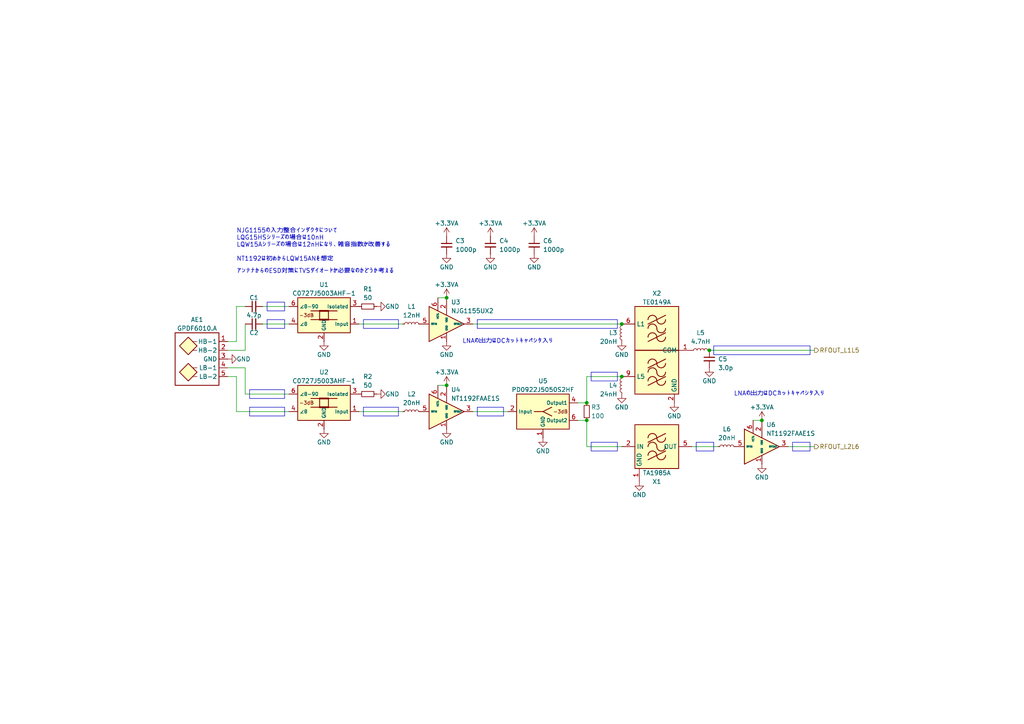
<source format=kicad_sch>
(kicad_sch (version 20231120) (generator "eeschema") (generator_version "8.0")
  (paper "A4")
  (lib_symbols
    (symbol "Device:C_Small" (pin_numbers hide) (pin_names (offset 0.254) hide)
      (property "Reference" "C" (at 0.254 1.778 0))
      (property "Value" "C_Small" (at 0.254 -2.032 0))
      (symbol "C_Small_0_1"
        (polyline (pts (xy -1.524 -0.508) (xy 1.524 -0.508)) (stroke (width 0.3302)))
        (polyline (pts (xy -1.524 0.508) (xy 1.524 0.508)) (stroke (width 0.3048)))
      )
      (symbol "C_Small_1_1"
        (pin passive line (at 0 2.54 270) (length 2.032) (name "~") (number "1"))
        (pin passive line (at 0 -2.54 90) (length 2.032) (name "~") (number "2"))
      )
    )
    (symbol "Device:L_Small" (pin_numbers hide) (pin_names (offset 0.254) hide)
      (property "Reference" "L" (at 0.762 1.016 0))
      (property "Value" "L_Small" (at 0.762 -1.016 0))
      (symbol "L_Small_0_1"
        (arc (start 0 -2.032) (mid 0.5058 -1.524) (end 0 -1.016))
        (arc (start 0 -1.016) (mid 0.5058 -0.508) (end 0 0))
        (arc (start 0 0) (mid 0.5058 0.508) (end 0 1.016))
        (arc (start 0 1.016) (mid 0.5058 1.524) (end 0 2.032))
      )
      (symbol "L_Small_1_1"
        (pin passive line (at 0 2.54 270) (length 0.508) (name "~") (number "1"))
        (pin passive line (at 0 -2.54 90) (length 0.508) (name "~") (number "2"))
      )
    )
    (symbol "Device:R_Small" (pin_numbers hide) (pin_names (offset 0.254) hide)
      (property "Reference" "R" (at 0.762 0.508 0))
      (property "Value" "R_Small" (at 0.762 -1.016 0))
      (symbol "R_Small_0_1"
        (rectangle (start -0.762 1.778) (end 0.762 -1.778) (stroke (width 0.2032)))
      )
      (symbol "R_Small_1_1"
        (pin passive line (at 0 2.54 270) (length 0.762) (name "~") (number "1"))
        (pin passive line (at 0 -2.54 90) (length 0.762) (name "~") (number "2"))
      )
    )
    (symbol "Filter_extlib:TA1985A"
      (property "Reference" "X" (at -5.08 10.16 0))
      (property "Value" "TA1985A" (at -1.27 7.62 0))
      (symbol "TA1985A_1_1"
        (rectangle (start -6.35 6.35) (end 6.35 -6.35) (stroke (width 0.254)) (fill (type background)))
        (arc (start 0 -2.54) (mid -1.27 -1.2755) (end -2.54 -2.54) (stroke (width 0.254)))
        (arc (start 0 -2.54) (mid 1.27 -3.8045) (end 2.54 -2.54) (stroke (width 0.254)))
        (arc (start 0 0) (mid -1.27 1.2645) (end -2.54 0) (stroke (width 0.254)))
        (polyline (pts (xy -2.54 -3.81) (xy 2.54 -1.27)) (stroke (width 0.254)))
        (polyline (pts (xy -2.54 1.27) (xy 2.54 3.81)) (stroke (width 0.254)))
        (arc (start 0 0) (mid 1.27 -1.2645) (end 2.54 0) (stroke (width 0.254)))
        (arc (start 0 2.54) (mid -1.27 3.8045) (end -2.54 2.54) (stroke (width 0.254)))
        (arc (start 0 2.54) (mid 1.27 1.2755) (end 2.54 2.54) (stroke (width 0.254)))
        (pin power_in line (at -5.08 -10.16 90) (length 3.81) (name "GND") (number "1"))
        (pin input line (at -10.16 0 0) (length 3.81) (name "IN") (number "2"))
        (pin passive line (at -5.08 -10.16 90) (length 3.81) hide (name "GND") (number "3"))
        (pin passive line (at -5.08 -10.16 90) (length 3.81) hide (name "GND") (number "4"))
        (pin output line (at 10.16 0 180) (length 3.81) (name "OUT") (number "5"))
        (pin passive line (at -5.08 -10.16 90) (length 3.81) hide (name "GND") (number "6"))
      )
    )
    (symbol "Filter_extlib:TE0149A"
      (property "Reference" "X" (at -5.08 16.51 0))
      (property "Value" "TE0149A" (at -1.27 13.97 0))
      (symbol "TE0149A_1_1"
        (rectangle (start -6.35 0) (end 6.35 -12.7) (stroke (width 0.254)) (fill (type background)))
        (rectangle (start -6.35 12.7) (end 6.35 0) (stroke (width 0.254)) (fill (type background)))
        (arc (start 0 -8.89) (mid -1.27 -7.6255) (end -2.54 -8.89) (stroke (width 0.254)))
        (arc (start 0 -8.89) (mid 1.27 -10.1545) (end 2.54 -8.89) (stroke (width 0.254)))
        (arc (start 0 -6.35) (mid -1.27 -5.0855) (end -2.54 -6.35) (stroke (width 0.254)))
        (arc (start 0 -6.35) (mid 1.27 -7.6145) (end 2.54 -6.35) (stroke (width 0.254)))
        (arc (start 0 -3.81) (mid -1.27 -2.5455) (end -2.54 -3.81) (stroke (width 0.254)))
        (arc (start 0 -3.81) (mid 1.27 -5.0745) (end 2.54 -3.81) (stroke (width 0.254)))
        (polyline (pts (xy -2.54 -10.16) (xy 2.54 -7.62)) (stroke (width 0.254)))
        (polyline (pts (xy -2.54 -5.08) (xy 2.54 -2.54)) (stroke (width 0.254)))
        (polyline (pts (xy -2.54 2.54) (xy 2.54 5.08)) (stroke (width 0.254)))
        (polyline (pts (xy -2.54 7.62) (xy 2.54 10.16)) (stroke (width 0.254)))
        (arc (start 0 3.81) (mid -1.27 5.0745) (end -2.54 3.81) (stroke (width 0.254)))
        (arc (start 0 3.81) (mid 1.27 2.5455) (end 2.54 3.81) (stroke (width 0.254)))
        (arc (start 0 6.35) (mid -1.27 7.6145) (end -2.54 6.35) (stroke (width 0.254)))
        (arc (start 0 6.35) (mid 1.27 5.0855) (end 2.54 6.35) (stroke (width 0.254)))
        (arc (start 0 8.89) (mid -1.27 10.1545) (end -2.54 8.89) (stroke (width 0.254)))
        (arc (start 0 8.89) (mid 1.27 7.6255) (end 2.54 8.89) (stroke (width 0.254)))
        (pin bidirectional line (at 10.16 0 180) (length 3.81) (name "COM") (number "1"))
        (pin passive line (at 5.08 -15.24 90) (length 2.54) hide (name "GND") (number "10"))
        (pin power_in line (at 5.08 -15.24 90) (length 2.54) (name "GND") (number "2"))
        (pin passive line (at 5.08 -15.24 90) (length 2.54) hide (name "GND") (number "3"))
        (pin passive line (at 5.08 -15.24 90) (length 2.54) hide (name "GND") (number "4"))
        (pin passive line (at 5.08 -15.24 90) (length 2.54) hide (name "GND") (number "5"))
        (pin bidirectional line (at -10.16 7.62 0) (length 3.81) (name "L1") (number "6"))
        (pin passive line (at 5.08 -15.24 90) (length 2.54) hide (name "GND") (number "7"))
        (pin passive line (at 5.08 -15.24 90) (length 2.54) hide (name "GND") (number "8"))
        (pin bidirectional line (at -10.16 -7.62 0) (length 3.81) (name "L5") (number "9"))
      )
    )
    (symbol "RF_Antenna_extlib:GPDF6010.A"
      (property "Reference" "AE" (at 0 12.7 0))
      (property "Value" "GPDF6010.A" (at 0 10.16 0))
      (symbol "GPDF6010.A_1_1"
        (rectangle (start -5.08 7.62) (end 7.62 -7.62) (stroke (width 0.254)))
        (polyline (pts (xy 2.54 -5.08) (xy 1.27 -5.08)))
        (polyline (pts (xy 2.54 -2.54) (xy 1.27 -2.54)))
        (polyline (pts (xy 2.54 2.54) (xy 1.27 2.54)))
        (polyline (pts (xy 2.54 5.08) (xy 1.27 5.08)))
        (polyline (pts (xy 1.27 -3.81) (xy 3.81 -6.35) (xy 6.35 -3.81) (xy 3.81 -1.27) (xy 1.27 -3.81)) (stroke (width 0.254)) (fill (type background)))
        (polyline (pts (xy 1.27 3.81) (xy 3.81 1.27) (xy 6.35 3.81) (xy 3.81 6.35) (xy 1.27 3.81)) (stroke (width 0.254)) (fill (type background)))
        (pin passive line (at -7.62 5.08 0) (length 2.54) (name "HB-1") (number "1"))
        (pin passive line (at -7.62 2.54 0) (length 2.54) (name "HB-2") (number "2"))
        (pin passive line (at -7.62 0 0) (length 2.54) (name "GND") (number "3"))
        (pin passive line (at -7.62 -2.54 0) (length 2.54) (name "LB-1") (number "4"))
        (pin passive line (at -7.62 -5.08 0) (length 2.54) (name "LB-2") (number "5"))
      )
    )
    (symbol "RF_Converter_extlib:C0727J5003AHF-1"
      (property "Reference" "U" (at -6.35 6.35 0))
      (property "Value" "C0727J5003AHF-1" (at 5.08 6.35 0))
      (symbol "C0727J5003AHF-1_0_1"
        (rectangle (start -7.62 5.08) (end 7.62 -5.08) (stroke (width 0.254)) (fill (type background)))
      )
      (symbol "C0727J5003AHF-1_1_1"
        (polyline (pts (xy -1.27 -1.27) (xy 1.27 -1.27)) (stroke (width 0.508)))
        (polyline (pts (xy -1.27 1.27) (xy 1.27 1.27)) (stroke (width 0.508)))
        (polyline (pts (xy -3.81 -1.27) (xy -1.27 -1.27) (xy -1.27 1.27) (xy -3.81 1.27)) (stroke (width 0.254)))
        (polyline (pts (xy 3.81 1.27) (xy 1.27 1.27) (xy 1.27 -1.27) (xy 3.81 -1.27)) (stroke (width 0.254)))
        (text "-3dB" (at 5.08 0 0) (effects (font (size 1.016 1.016))))
        (pin input line (at -10.16 -2.54 0) (length 2.54) (name "Input") (number "1"))
        (pin power_in line (at 0 -7.62 90) (length 2.54) (name "GND") (number "2"))
        (pin output line (at -10.16 2.54 0) (length 2.54) (name "Isolated") (number "3"))
        (pin output line (at 10.16 -2.54 180) (length 2.54) (name "∠θ") (number "4"))
        (pin passive line (at 0 -7.62 90) (length 2.54) hide (name "GND") (number "5"))
        (pin output line (at 10.16 2.54 180) (length 2.54) (name "∠θ-90") (number "6"))
      )
    )
    (symbol "RF_Converter_extlib:PD0922J5050S2HF"
      (property "Reference" "U" (at -6.35 6.35 0))
      (property "Value" "PD0922J5050S2HF" (at 5.08 6.35 0))
      (symbol "PD0922J5050S2HF_0_1"
        (rectangle (start -7.62 5.08) (end 7.62 -5.08) (stroke (width 0.254)) (fill (type background)))
        (polyline (pts (xy -2.54 0) (xy 0 0)) (stroke (width 0.254)))
        (polyline (pts (xy 0 0) (xy 2.54 -1.27)) (stroke (width 0.254)))
        (polyline (pts (xy 0 0) (xy 2.54 1.27)) (stroke (width 0.254)))
      )
      (symbol "PD0922J5050S2HF_1_1"
        (text "-3dB" (at 5.08 0 0) (effects (font (size 1.016 1.016))))
        (pin power_in line (at 0 -7.62 90) (length 2.54) (name "GND") (number "1"))
        (pin input line (at -10.16 0 0) (length 2.54) (name "Input") (number "2"))
        (pin passive line (at 0 -7.62 90) (length 2.54) hide (name "GND") (number "3"))
        (pin output line (at 10.16 2.54 180) (length 2.54) (name "Output1") (number "4"))
        (pin passive line (at 0 -7.62 90) (length 2.54) hide (name "GND") (number "5"))
        (pin output line (at 10.16 -2.54 180) (length 2.54) (name "Output2") (number "6"))
      )
    )
    (symbol "RF_LNA_extlib:NJG1155UX2"
      (property "Reference" "U" (at 6.35 2.54 0))
      (property "Value" "NJG1155UX2" (at 12.7 -2.54 0))
      (symbol "NJG1155UX2_0_0"
        (pin output line (at 10.16 0 180) (length 2.54) (name "RFOUT") (number "3"))
        (pin input line (at -5.08 0 0) (length 2.54) (name "RFIN") (number "5"))
      )
      (symbol "NJG1155UX2_0_1"
        (polyline (pts (xy -2.54 5.08) (xy -2.54 -2.54) (xy -2.54 -5.08) (xy 7.62 0) (xy -2.54 5.08)) (stroke (width 0.254)) (fill (type background)))
      )
      (symbol "NJG1155UX2_1_0"
        (pin power_in line (at 2.54 -5.08 90) (length 2.54) (name "GND") (number "1"))
        (pin power_in line (at 2.54 7.62 270) (length 5.08) (name "VDD") (number "2"))
        (pin passive line (at 2.54 -5.08 90) (length 2.54) hide (name "GND") (number "4"))
        (pin input line (at 0 7.62 270) (length 3.81) (name "VCTL") (number "6"))
      )
    )
    (symbol "RF_LNA_extlib:NT1192FAAE1S"
      (property "Reference" "U" (at 6.35 2.54 0))
      (property "Value" "NT1192FAAE1S" (at 12.7 -2.54 0))
      (symbol "NT1192FAAE1S_0_0"
        (pin output line (at 10.16 0 180) (length 2.54) (name "RFOUT") (number "3"))
        (pin input line (at -5.08 0 0) (length 2.54) (name "RFIN") (number "5"))
      )
      (symbol "NT1192FAAE1S_0_1"
        (polyline (pts (xy -2.54 5.08) (xy -2.54 -2.54) (xy -2.54 -5.08) (xy 7.62 0) (xy -2.54 5.08)) (stroke (width 0.254)) (fill (type background)))
      )
      (symbol "NT1192FAAE1S_1_0"
        (pin power_in line (at 2.54 -5.08 90) (length 2.54) (name "GND") (number "1"))
        (pin power_in line (at 2.54 7.62 270) (length 5.08) (name "VDD") (number "2"))
        (pin passive line (at 2.54 -5.08 90) (length 2.54) hide (name "GND") (number "4"))
        (pin input line (at 0 7.62 270) (length 3.81) (name "VCTL") (number "6"))
      )
    )
    (symbol "power:+3.3VA" (power) (pin_numbers hide) (pin_names (offset 0) hide)
      (property "Value" "+3.3VA" (at 0 3.556 0))
      (symbol "+3.3VA_0_1"
        (polyline (pts (xy -0.762 1.27) (xy 0 2.54)))
        (polyline (pts (xy 0 0) (xy 0 2.54)))
        (polyline (pts (xy 0 2.54) (xy 0.762 1.27)))
      )
      (symbol "+3.3VA_1_1"
        (pin power_in line (at 0 0 90) (length 0) (name "~") (number "1"))
      )
    )
    (symbol "power:GND" (power) (pin_numbers hide) (pin_names (offset 0) hide)
      (property "Value" "GND" (at 0 -3.81 0))
      (symbol "GND_0_1"
        (polyline (pts (xy 0 0) (xy 0 -1.27) (xy 1.27 -1.27) (xy 0 -2.54) (xy -1.27 -1.27) (xy 0 -1.27)))
      )
      (symbol "GND_1_1"
        (pin power_in line (at 0 0 270) (length 0) (name "~") (number "1"))
      )
    )
  )
  (junction (at 180.34 109.22))
  (junction (at 170.18 116.84))
  (junction (at 180.34 93.98))
  (junction (at 170.18 121.92))
  (junction (at 220.98 121.92))
  (junction (at 205.74 101.6))
  (junction (at 129.54 86.36))
  (junction (at 129.54 111.76))
  (wire (pts (xy 137.16 119.38) (xy 147.32 119.38)))
  (wire (pts (xy 104.14 119.38) (xy 116.84 119.38)))
  (wire (pts (xy 68.58 99.06) (xy 68.58 88.9)))
  (wire (pts (xy 170.18 129.54) (xy 170.18 121.92)))
  (wire (pts (xy 127 86.36) (xy 129.54 86.36)))
  (wire (pts (xy 200.66 129.54) (xy 208.28 129.54)))
  (wire (pts (xy 205.74 101.6) (xy 236.22 101.6)))
  (wire (pts (xy 167.64 121.92) (xy 170.18 121.92)))
  (wire (pts (xy 71.12 114.3) (xy 83.82 114.3)))
  (wire (pts (xy 68.58 119.38) (xy 83.82 119.38)))
  (wire (pts (xy 170.18 116.84) (xy 170.18 109.22)))
  (wire (pts (xy 127 111.76) (xy 129.54 111.76)))
  (wire (pts (xy 76.2 88.9) (xy 83.82 88.9)))
  (wire (pts (xy 66.04 109.22) (xy 68.58 109.22)))
  (wire (pts (xy 104.14 93.98) (xy 116.84 93.98)))
  (wire (pts (xy 68.58 88.9) (xy 71.12 88.9)))
  (wire (pts (xy 76.2 93.98) (xy 83.82 93.98)))
  (wire (pts (xy 66.04 101.6) (xy 71.12 101.6)))
  (wire (pts (xy 71.12 101.6) (xy 71.12 93.98)))
  (wire (pts (xy 170.18 109.22) (xy 180.34 109.22)))
  (wire (pts (xy 218.44 121.92) (xy 220.98 121.92)))
  (wire (pts (xy 137.16 93.98) (xy 180.34 93.98)))
  (wire (pts (xy 167.64 116.84) (xy 170.18 116.84)))
  (wire (pts (xy 228.6 129.54) (xy 236.22 129.54)))
  (wire (pts (xy 68.58 109.22) (xy 68.58 119.38)))
  (wire (pts (xy 66.04 106.68) (xy 71.12 106.68)))
  (wire (pts (xy 66.04 99.06) (xy 68.58 99.06)))
  (wire (pts (xy 180.34 129.54) (xy 170.18 129.54)))
  (wire (pts (xy 71.12 106.68) (xy 71.12 114.3)))
  (rectangle (start 201.93 128.27) (end 207.01 130.81))
  (rectangle (start 138.43 118.11) (end 146.05 120.65))
  (rectangle (start 229.87 128.27) (end 234.95 130.81))
  (rectangle (start 138.43 92.71) (end 179.07 95.25))
  (rectangle (start 105.41 92.71) (end 115.57 95.25))
  (rectangle (start 72.39 113.03) (end 82.55 115.57))
  (rectangle (start 207.01 100.33) (end 234.95 102.87))
  (rectangle (start 72.39 118.11) (end 82.55 120.65))
  (rectangle (start 77.47 92.71) (end 82.55 95.25))
  (rectangle (start 77.47 87.63) (end 82.55 90.17))
  (rectangle (start 171.45 128.27) (end 179.07 130.81))
  (rectangle (start 171.45 107.95) (end 179.07 110.49))
  (rectangle (start 105.41 118.11) (end 115.57 120.65))
  (text "NJG1155の入力整合インダクタについて\nLQG15HSシリーズの場合は10nH\nLQW15Aシリーズの場合は12nHになり、雑音指数が改善する\n\nNT1192は初めからLQW15ANを想定" (at 68.58 71.12 0) (effects (font (size 1.27 1.27)) (justify left)))
  (text "LNAの出力はDCカットキャパシタ入り" (at 226.06 114.3 0) (effects (font (size 1.27 1.27))))
  (text "アンテナからのESD対策にTVSダイオードが必要なのかどうか考える" (at 91.44 78.74 0) (effects (font (size 1.27 1.27))))
  (text "LNAの出力はDCカットキャパシタ入り" (at 147.32 99.06 0) (effects (font (size 1.27 1.27))))
  (hierarchical_label "RFOUT_L1L5" (shape output) (at 236.22 101.6 0))
  (hierarchical_label "RFOUT_L2L6" (shape output) (at 236.22 129.54 0))
  (symbol (lib_id "Device:R_Small") (at 170.18 119.38 0) (unit 1)
    (property "Reference" "R3" (at 171.45 118.11 0) (effects (justify left)))
    (property "Value" "100" (at 171.45 120.65 0) (effects (justify left)))
    (property "Description" "Resistor, small symbol" (effects (hide yes)))
  )
  (symbol (lib_id "Device:L_Small") (at 210.82 129.54 90) (unit 1)
    (property "Reference" "L6" (at 210.82 124.46 90))
    (property "Value" "20nH" (at 210.82 127 90))
    (property "Description" "Inductor, small symbol" (effects (hide yes)))
  )
  (symbol (lib_id "Device:L_Small") (at 119.38 119.38 90) (unit 1)
    (property "Reference" "L2" (at 119.38 114.3 90))
    (property "Value" "20nH" (at 119.38 116.84 90))
    (property "Description" "Inductor, small symbol" (effects (hide yes)))
  )
  (symbol (lib_id "power:GND") (at 185.42 139.7 0) (unit 1)
    (property "Reference" "#PWR015" (effects (hide yes)))
    (property "Value" "GND" (at 185.42 143.51 0))
    (property "Description" "Power symbol creates a global label with name \"GND\" , ground" (effects (hide yes)))
  )
  (symbol (lib_id "power:+3.3VA") (at 154.94 68.58 0) (unit 1)
    (property "Reference" "#PWR022" (effects (hide yes)))
    (property "Value" "+3.3VA" (at 154.94 64.77 0))
    (property "Description" "Power symbol creates a global label with name \"+3.3VA\"" (effects (hide yes)))
  )
  (symbol (lib_id "power:GND") (at 93.98 99.06 0) (unit 1)
    (property "Reference" "#PWR02" (effects (hide yes)))
    (property "Value" "GND" (at 93.98 102.87 0))
    (property "Description" "Power symbol creates a global label with name \"GND\" , ground" (effects (hide yes)))
  )
  (symbol (lib_id "RF_Converter_extlib:PD0922J5050S2HF") (at 157.48 119.38 0) (unit 1)
    (property "Reference" "U5" (at 157.48 110.49 0))
    (property "Value" "PD0922J5050S2HF" (at 157.48 113.03 0))
    (property "Footprint" "RF_Converter_extlib:Xinger_0805_2012Metric-6_Pad0.33x0.41mm" (effects (hide yes)))
    (property "Datasheet" "https://cdn.ttm.com/repository/products/wireless-xinger/power-dividers/PD0922J5050S2HF/PD0922J5050S2HF.pdf" (effects (hide yes)))
    (property "Description" "0.95-2.15GHz Wilkinson Power Divider, Xinger 0805" (effects (hide yes)))
  )
  (symbol (lib_id "power:GND") (at 205.74 106.68 0) (unit 1)
    (property "Reference" "#PWR019" (effects (hide yes)))
    (property "Value" "GND" (at 205.74 110.49 0))
    (property "Description" "Power symbol creates a global label with name \"GND\" , ground" (effects (hide yes)))
  )
  (symbol (lib_id "power:+3.3VA") (at 129.54 68.58 0) (unit 1)
    (property "Reference" "#PWR08" (effects (hide yes)))
    (property "Value" "+3.3VA" (at 129.54 64.77 0))
    (property "Description" "Power symbol creates a global label with name \"+3.3VA\"" (effects (hide yes)))
  )
  (symbol (lib_id "power:GND") (at 142.24 73.66 0) (unit 1)
    (property "Reference" "#PWR011" (effects (hide yes)))
    (property "Value" "GND" (at 142.24 77.47 0))
    (property "Description" "Power symbol creates a global label with name \"GND\" , ground" (effects (hide yes)))
  )
  (symbol (lib_id "Device:C_Small") (at 73.66 93.98 90) (mirror x) (unit 1)
    (property "Reference" "C2" (at 73.66 96.52 90))
    (property "Value" "4.7p" (at 73.66 91.44 90))
    (property "Description" "Unpolarized capacitor, small symbol" (effects (hide yes)))
  )
  (symbol (lib_id "power:GND") (at 66.04 104.14 90) (unit 1)
    (property "Reference" "#PWR01" (effects (hide yes)))
    (property "Value" "GND" (at 68.58 104.14 90) (effects (justify right)))
    (property "Description" "Power symbol creates a global label with name \"GND\" , ground" (effects (hide yes)))
  )
  (symbol (lib_id "Device:L_Small") (at 119.38 93.98 90) (unit 1)
    (property "Reference" "L1" (at 119.38 88.9 90))
    (property "Value" "12nH" (at 119.38 91.44 90))
    (property "Description" "Inductor, small symbol" (effects (hide yes)))
  )
  (symbol (lib_id "Device:L_Small") (at 203.2 101.6 90) (unit 1)
    (property "Reference" "L5" (at 203.2 96.52 90))
    (property "Value" "4.7nH" (at 203.2 99.06 90))
    (property "Description" "Inductor, small symbol" (effects (hide yes)))
  )
  (symbol (lib_id "RF_Antenna_extlib:GPDF6010.A") (at 58.42 104.14 0) (mirror y) (unit 1)
    (property "Reference" "AE1" (at 57.15 92.71 0))
    (property "Value" "GPDF6010.A" (at 57.15 95.25 0))
    (property "Footprint" "RF_Antenna_extlib:Taoglas_GPDF6010.A_GNSS" (effects (hide yes)))
    (property "Datasheet" "https://www.taoglas.com/datasheets/GPDF6010.A.pdf" (effects (hide yes)))
    (property "Description" "Passive All-band High Precision GNSS Stacked Dual Pin Dual Feed Patch Antenna" (effects (hide yes)))
  )
  (symbol (lib_id "Device:C_Small") (at 205.74 104.14 0) (unit 1)
    (property "Reference" "C5" (at 208.28 104.14 0) (effects (justify left)))
    (property "Value" "3.0p" (at 208.28 106.68 0) (effects (justify left)))
    (property "Description" "Unpolarized capacitor, small symbol" (effects (hide yes)))
  )
  (symbol (lib_id "power:GND") (at 129.54 73.66 0) (unit 1)
    (property "Reference" "#PWR09" (effects (hide yes)))
    (property "Value" "GND" (at 129.54 77.47 0))
    (property "Description" "Power symbol creates a global label with name \"GND\" , ground" (effects (hide yes)))
  )
  (symbol (lib_id "power:GND") (at 180.34 99.06 0) (unit 1)
    (property "Reference" "#PWR017" (effects (hide yes)))
    (property "Value" "GND" (at 180.34 102.87 0))
    (property "Description" "Power symbol creates a global label with name \"GND\" , ground" (effects (hide yes)))
  )
  (symbol (lib_id "Device:L_Small") (at 180.34 96.52 0) (mirror y) (unit 1)
    (property "Reference" "L3" (at 179.07 96.52 0) (effects (justify left)))
    (property "Value" "20nH" (at 179.07 99.06 0) (effects (justify left)))
    (property "Description" "Inductor, small symbol" (effects (hide yes)))
  )
  (symbol (lib_id "Device:L_Small") (at 180.34 111.76 0) (mirror y) (unit 1)
    (property "Reference" "L4" (at 179.07 111.76 0) (effects (justify left)))
    (property "Value" "24nH" (at 179.07 114.3 0) (effects (justify left)))
    (property "Description" "Inductor, small symbol" (effects (hide yes)))
  )
  (symbol (lib_id "power:GND") (at 93.98 124.46 0) (unit 1)
    (property "Reference" "#PWR03" (effects (hide yes)))
    (property "Value" "GND" (at 93.98 128.27 0))
    (property "Description" "Power symbol creates a global label with name \"GND\" , ground" (effects (hide yes)))
  )
  (symbol (lib_id "RF_LNA_extlib:NT1192FAAE1S") (at 218.44 129.54 0) (unit 1)
    (property "Reference" "U6" (at 222.25 123.19 0) (effects (justify left)))
    (property "Value" "NT1192FAAE1S" (at 222.25 125.73 0) (effects (justify left)))
    (property "Footprint" "RF_LNA_extlib:Nisshinbo_EPFFP-6-FA" (effects (hide yes)))
    (property "Datasheet" "https://www.nisshinbo-microdevices.co.jp/ja/pdf/datasheet/nt1192faae1s-ja.pdf" (effects (hide yes)))
    (property "Description" "1.2 GHz band GNSS Low Noise Amplifier" (effects (hide yes)))
  )
  (symbol (lib_id "power:GND") (at 129.54 124.46 0) (unit 1)
    (property "Reference" "#PWR013" (effects (hide yes)))
    (property "Value" "GND" (at 129.54 128.27 0))
    (property "Description" "Power symbol creates a global label with name \"GND\" , ground" (effects (hide yes)))
  )
  (symbol (lib_id "power:+3.3VA") (at 129.54 111.76 0) (unit 1)
    (property "Reference" "#PWR012" (effects (hide yes)))
    (property "Value" "+3.3VA" (at 129.54 107.95 0))
    (property "Description" "Power symbol creates a global label with name \"+3.3VA\"" (effects (hide yes)))
  )
  (symbol (lib_id "Device:C_Small") (at 142.24 71.12 0) (unit 1)
    (property "Reference" "C4" (at 144.78 69.85 0) (effects (justify left)))
    (property "Value" "1000p" (at 144.78 72.39 0) (effects (justify left)))
    (property "Description" "Unpolarized capacitor, small symbol" (effects (hide yes)))
  )
  (symbol (lib_id "power:+3.3VA") (at 142.24 68.58 0) (unit 1)
    (property "Reference" "#PWR010" (effects (hide yes)))
    (property "Value" "+3.3VA" (at 142.24 64.77 0))
    (property "Description" "Power symbol creates a global label with name \"+3.3VA\"" (effects (hide yes)))
  )
  (symbol (lib_id "power:GND") (at 154.94 73.66 0) (unit 1)
    (property "Reference" "#PWR023" (effects (hide yes)))
    (property "Value" "GND" (at 154.94 77.47 0))
    (property "Description" "Power symbol creates a global label with name \"GND\" , ground" (effects (hide yes)))
  )
  (symbol (lib_id "power:GND") (at 109.22 88.9 90) (unit 1)
    (property "Reference" "#PWR04" (effects (hide yes)))
    (property "Value" "GND" (at 111.76 88.9 90) (effects (justify right)))
    (property "Description" "Power symbol creates a global label with name \"GND\" , ground" (effects (hide yes)))
  )
  (symbol (lib_id "Filter_extlib:TA1985A") (at 190.5 129.54 0) (unit 1)
    (property "Reference" "X1" (at 190.5 139.7 0))
    (property "Value" "TA1985A" (at 190.5 137.16 0))
    (property "Footprint" "Filter_extlib:Filter_SAW-6_3.0x3.0mm" (effects (hide yes)))
    (property "Datasheet" "https://www.taisaw.com/assets/PDF/TA1985A%20_Rev.1.0_.pdf" (effects (hide yes)))
    (property "Description" "Bandpass Filter, 1260MHz, SAW filter 6-pin" (effects (hide yes)))
  )
  (symbol (lib_id "Device:C_Small") (at 129.54 71.12 0) (unit 1)
    (property "Reference" "C3" (at 132.08 69.85 0) (effects (justify left)))
    (property "Value" "1000p" (at 132.08 72.39 0) (effects (justify left)))
    (property "Description" "Unpolarized capacitor, small symbol" (effects (hide yes)))
  )
  (symbol (lib_id "power:GND") (at 109.22 114.3 90) (unit 1)
    (property "Reference" "#PWR05" (effects (hide yes)))
    (property "Value" "GND" (at 111.76 114.3 90) (effects (justify right)))
    (property "Description" "Power symbol creates a global label with name \"GND\" , ground" (effects (hide yes)))
  )
  (symbol (lib_id "power:+3.3VA") (at 220.98 121.92 0) (unit 1)
    (property "Reference" "#PWR020" (effects (hide yes)))
    (property "Value" "+3.3VA" (at 220.98 118.11 0))
    (property "Description" "Power symbol creates a global label with name \"+3.3VA\"" (effects (hide yes)))
  )
  (symbol (lib_id "RF_Converter_extlib:C0727J5003AHF-1") (at 93.98 91.44 0) (mirror y) (unit 1)
    (property "Reference" "U1" (at 93.98 82.55 0))
    (property "Value" "C0727J5003AHF-1" (at 93.98 85.09 0))
    (property "Footprint" "RF_Converter_extlib:Xinger_0805_2012Metric-6_Pad0.33x0.35mm" (effects (hide yes)))
    (property "Datasheet" "https://cdn.ttm.com/repository/products/wireless-xinger/3db-hybrid-couplers/C0727J5003AHF/C0727J5003AHF.pdf" (effects (hide yes)))
    (property "Description" "0.70-2.70GHz 3dB 90deg Hybrid Coupler, Xinger 0805" (effects (hide yes)))
  )
  (symbol (lib_id "power:GND") (at 195.58 116.84 0) (unit 1)
    (property "Reference" "#PWR016" (effects (hide yes)))
    (property "Value" "GND" (at 195.58 120.65 0))
    (property "Description" "Power symbol creates a global label with name \"GND\" , ground" (effects (hide yes)))
  )
  (symbol (lib_id "RF_LNA_extlib:NT1192FAAE1S") (at 127 119.38 0) (unit 1)
    (property "Reference" "U4" (at 130.81 113.03 0) (effects (justify left)))
    (property "Value" "NT1192FAAE1S" (at 130.81 115.57 0) (effects (justify left)))
    (property "Footprint" "RF_LNA_extlib:Nisshinbo_EPFFP-6-FA" (effects (hide yes)))
    (property "Datasheet" "https://www.nisshinbo-microdevices.co.jp/ja/pdf/datasheet/nt1192faae1s-ja.pdf" (effects (hide yes)))
    (property "Description" "1.2 GHz band GNSS Low Noise Amplifier" (effects (hide yes)))
  )
  (symbol (lib_id "RF_LNA_extlib:NJG1155UX2") (at 127 93.98 0) (unit 1)
    (property "Reference" "U3" (at 130.81 87.63 0) (effects (justify left)))
    (property "Value" "NJG1155UX2" (at 130.81 90.17 0) (effects (justify left)))
    (property "Footprint" "RF_LNA_extlib:Nisshinbo_EPFFP-6-FA" (effects (hide yes)))
    (property "Datasheet" "https://www.nisshinbo-microdevices.co.jp/ja/pdf/datasheet/NJG1155UX2_J.pdf" (effects (hide yes)))
    (property "Description" "1.5 GHz band GNSS Low Noise Amplifier GaAs MMIC" (effects (hide yes)))
  )
  (symbol (lib_id "power:GND") (at 157.48 127 0) (unit 1)
    (property "Reference" "#PWR014" (effects (hide yes)))
    (property "Value" "GND" (at 157.48 130.81 0))
    (property "Description" "Power symbol creates a global label with name \"GND\" , ground" (effects (hide yes)))
  )
  (symbol (lib_id "power:GND") (at 220.98 134.62 0) (unit 1)
    (property "Reference" "#PWR021" (effects (hide yes)))
    (property "Value" "GND" (at 220.98 138.43 0))
    (property "Description" "Power symbol creates a global label with name \"GND\" , ground" (effects (hide yes)))
  )
  (symbol (lib_id "RF_Converter_extlib:C0727J5003AHF-1") (at 93.98 116.84 0) (mirror y) (unit 1)
    (property "Reference" "U2" (at 93.98 107.95 0))
    (property "Value" "C0727J5003AHF-1" (at 93.98 110.49 0))
    (property "Footprint" "RF_Converter_extlib:Xinger_0805_2012Metric-6_Pad0.33x0.35mm" (effects (hide yes)))
    (property "Datasheet" "https://cdn.ttm.com/repository/products/wireless-xinger/3db-hybrid-couplers/C0727J5003AHF/C0727J5003AHF.pdf" (effects (hide yes)))
    (property "Description" "0.70-2.70GHz 3dB 90deg Hybrid Coupler, Xinger 0805" (effects (hide yes)))
  )
  (symbol (lib_id "Device:C_Small") (at 154.94 71.12 0) (unit 1)
    (property "Reference" "C6" (at 157.48 69.85 0) (effects (justify left)))
    (property "Value" "1000p" (at 157.48 72.39 0) (effects (justify left)))
    (property "Description" "Unpolarized capacitor, small symbol" (effects (hide yes)))
  )
  (symbol (lib_id "Device:C_Small") (at 73.66 88.9 90) (unit 1)
    (property "Reference" "C1" (at 73.66 86.36 90))
    (property "Value" "4.7p" (at 73.66 91.44 90))
    (property "Description" "Unpolarized capacitor, small symbol" (effects (hide yes)))
  )
  (symbol (lib_id "Device:R_Small") (at 106.68 114.3 90) (unit 1)
    (property "Reference" "R2" (at 106.68 109.22 90))
    (property "Value" "50" (at 106.68 111.76 90))
    (property "Description" "Resistor, small symbol" (effects (hide yes)))
  )
  (symbol (lib_id "power:GND") (at 129.54 99.06 0) (unit 1)
    (property "Reference" "#PWR06" (effects (hide yes)))
    (property "Value" "GND" (at 129.54 102.87 0))
    (property "Description" "Power symbol creates a global label with name \"GND\" , ground" (effects (hide yes)))
  )
  (symbol (lib_id "power:GND") (at 180.34 114.3 0) (unit 1)
    (property "Reference" "#PWR018" (effects (hide yes)))
    (property "Value" "GND" (at 180.34 118.11 0))
    (property "Description" "Power symbol creates a global label with name \"GND\" , ground" (effects (hide yes)))
  )
  (symbol (lib_id "power:+3.3VA") (at 129.54 86.36 0) (unit 1)
    (property "Reference" "#PWR07" (effects (hide yes)))
    (property "Value" "+3.3VA" (at 129.54 82.55 0))
    (property "Description" "Power symbol creates a global label with name \"+3.3VA\"" (effects (hide yes)))
  )
  (symbol (lib_id "Device:R_Small") (at 106.68 88.9 90) (unit 1)
    (property "Reference" "R1" (at 106.68 83.82 90))
    (property "Value" "50" (at 106.68 86.36 90))
    (property "Description" "Resistor, small symbol" (effects (hide yes)))
  )
  (symbol (lib_id "Filter_extlib:TE0149A") (at 190.5 101.6 0) (unit 1)
    (property "Reference" "X2" (at 190.5 85.09 0))
    (property "Value" "TE0149A" (at 190.5 87.63 0))
    (property "Footprint" "Filter_extlib:Filter_SAW-10_1.5x1.1mm" (effects (hide yes)))
    (property "Datasheet" "https://mm.digikey.com/Volume0/opasdata/d220001/medias/docus/5731/TE0149A.pdf" (effects (hide yes)))
    (property "Description" "RF Diplexer, 1176.45/1585.47MHz, SAW diplexer 10-pin" (effects (hide yes)))
  )
)
</source>
